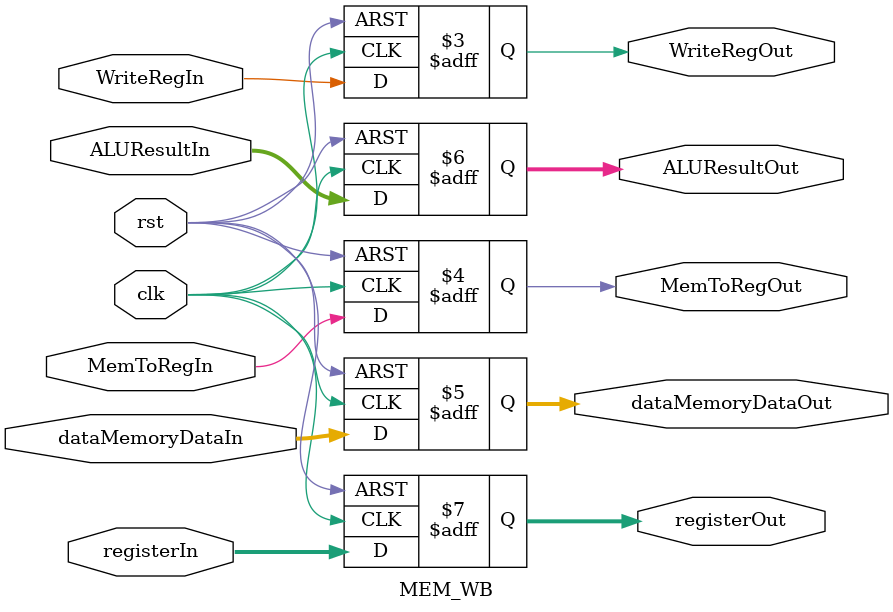
<source format=v>
`timescale 1ns / 1ps
module MEM_WB( clk, rst,
					WriteRegIn, WriteRegOut, 
					MemToRegIn, MemToRegOut,
					dataMemoryDataIn, dataMemoryDataOut,
					ALUResultIn, ALUResultOut,
					registerIn, registerOut
					);
	input wire clk;							input wire rst;
	input wire WriteRegIn;					output reg WriteRegOut;
	input wire MemToRegIn;					output reg MemToRegOut;
	input wire[31:0] dataMemoryDataIn;	output reg[31:0] dataMemoryDataOut;
	input wire[31:0] ALUResultIn;			output reg[31:0] ALUResultOut;
	input wire[4:0] registerIn;		output reg[4:0] registerOut;
initial begin
	WriteRegOut = 0;
	MemToRegOut = 0;
	dataMemoryDataOut = 0;
	ALUResultOut = 0;
	registerOut = 0;
end	
	always @ (posedge clk or posedge rst) begin
		if(rst) begin
			WriteRegOut = 0;
			MemToRegOut = 0;
			dataMemoryDataOut = 0;
			ALUResultOut = 0;
			registerOut = 0;
		end
		else begin
			WriteRegOut = WriteRegIn;
			MemToRegOut = MemToRegIn;
			dataMemoryDataOut = dataMemoryDataIn;
			ALUResultOut = ALUResultIn;
			registerOut = registerIn;
		end
	end
endmodule

</source>
